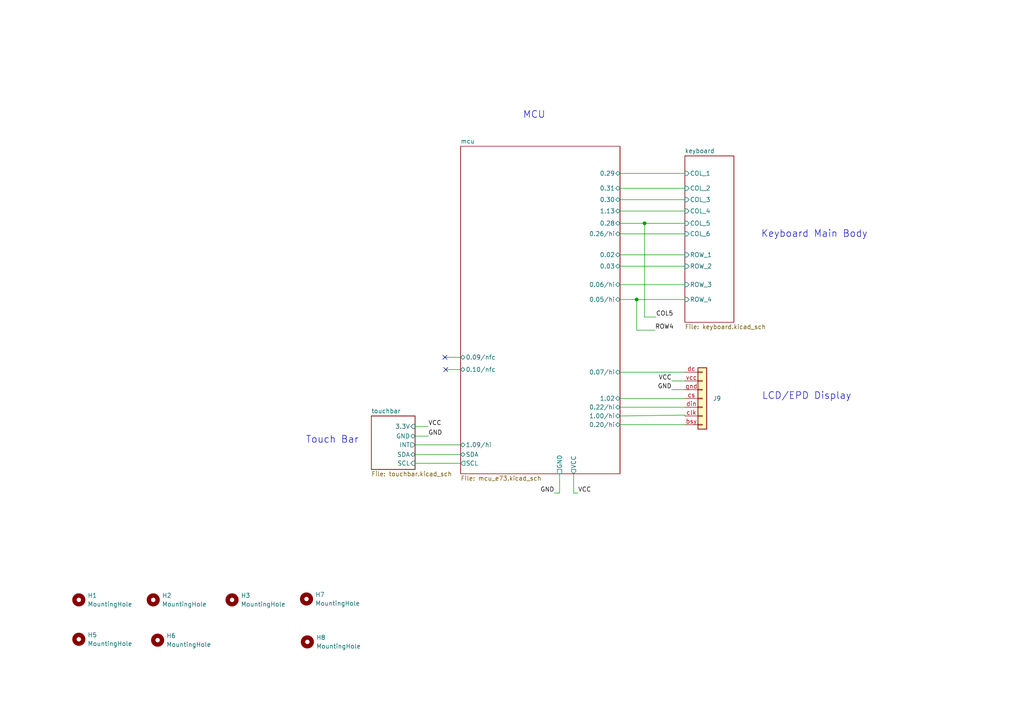
<source format=kicad_sch>
(kicad_sch (version 20211123) (generator eeschema)
  (paper "A4")
  (lib_symbols
    (symbol "Mechanical:MountingHole" (pin_names (offset 1.016))
      (property "Reference" "H" (at 0 5.08 0))
      (property "Value" "MountingHole" (at 0 3.175 0))
      (symbol "MountingHole_0_1"
        (circle (center 0 0) (radius 1.27) (stroke (width 1.27)))
      )
    )
    (symbol "mysymbol:Conn_LCD" (pin_names (offset 1.016) hide)
      (property "Reference" "J" (at 0 10.16 0))
      (property "Value" "Conn_LCD" (at 0 -10.16 0))
      (symbol "Conn_LCD_1_1"
        (rectangle (start -1.27 -7.493) (end 0 -7.747) (stroke (width 0.1524)))
        (rectangle (start -1.27 -4.953) (end 0 -5.207) (stroke (width 0.1524)))
        (rectangle (start -1.27 -2.413) (end 0 -2.667) (stroke (width 0.1524)))
        (rectangle (start -1.27 0.127) (end 0 -0.127) (stroke (width 0.1524)))
        (rectangle (start -1.27 2.667) (end 0 2.413) (stroke (width 0.1524)))
        (rectangle (start -1.27 5.207) (end 0 4.953) (stroke (width 0.1524)))
        (rectangle (start -1.27 7.747) (end 0 7.493) (stroke (width 0.1524)))
        (rectangle (start -1.27 8.89) (end 1.27 -8.89) (stroke (width 0.254)) (fill (type background)))
        (pin passive line (at -5.08 -7.62 0) (length 3.81) (name "bsy") (number "bsy"))
        (pin passive line (at -5.08 -5.08 0) (length 3.81) (name "clk") (number "clk"))
        (pin passive line (at -5.08 0 0) (length 3.81) (name "cs") (number "cs"))
        (pin passive line (at -5.08 7.62 0) (length 3.81) (name "dc") (number "dc"))
        (pin passive line (at -5.08 -2.54 0) (length 3.81) (name "din") (number "din"))
        (pin passive line (at -5.08 2.54 0) (length 3.81) (name "gnd") (number "gnd"))
        (pin passive line (at -5.08 5.08 0) (length 3.81) (name "vcc") (number "vcc"))
      )
    )
  )
  (junction (at 184.658 86.868))
  (junction (at 186.944 64.77))
  (no_connect (at 129.032 103.632))
  (no_connect (at 129.286 107.188))
  (wire (pts (xy 194.818 113.03) (xy 198.628 113.03)))
  (wire (pts (xy 194.818 110.49) (xy 198.628 110.49)))
  (wire (pts (xy 179.832 115.57) (xy 198.628 115.57)))
  (wire (pts (xy 179.832 64.77) (xy 186.944 64.77)))
  (wire (pts (xy 179.832 82.55) (xy 198.628 82.55)))
  (wire (pts (xy 179.832 50.292) (xy 198.628 50.292)))
  (wire (pts (xy 120.396 131.826) (xy 133.604 131.826)))
  (wire (pts (xy 198.628 120.396) (xy 198.628 120.65)))
  (wire (pts (xy 120.396 129.032) (xy 133.604 129.032)))
  (wire (pts (xy 179.832 120.65) (xy 198.628 120.396)))
  (wire (pts (xy 162.306 143.002) (xy 160.782 143.002)))
  (wire (pts (xy 179.832 123.19) (xy 198.628 123.19)))
  (wire (pts (xy 120.396 126.492) (xy 124.206 126.492)))
  (wire (pts (xy 162.306 137.414) (xy 162.306 143.002)))
  (wire (pts (xy 120.396 134.366) (xy 133.604 134.366)))
  (wire (pts (xy 189.992 95.758) (xy 184.658 95.758)))
  (wire (pts (xy 198.628 118.11) (xy 179.832 118.11)))
  (wire (pts (xy 166.37 143.002) (xy 167.64 143.002)))
  (wire (pts (xy 184.658 95.758) (xy 184.658 86.868)))
  (wire (pts (xy 186.944 91.948) (xy 186.944 64.77)))
  (wire (pts (xy 179.832 107.95) (xy 198.628 107.95)))
  (wire (pts (xy 179.832 57.912) (xy 198.628 57.912)))
  (wire (pts (xy 129.286 107.188) (xy 133.604 107.188)))
  (wire (pts (xy 179.832 54.61) (xy 198.628 54.61)))
  (wire (pts (xy 186.944 64.77) (xy 198.628 64.77)))
  (wire (pts (xy 179.832 77.216) (xy 198.628 77.216)))
  (wire (pts (xy 179.832 67.818) (xy 198.628 67.818)))
  (wire (pts (xy 184.658 86.868) (xy 198.628 86.868)))
  (wire (pts (xy 129.032 103.632) (xy 133.604 103.632)))
  (wire (pts (xy 120.396 123.698) (xy 124.206 123.698)))
  (wire (pts (xy 179.832 61.214) (xy 198.628 61.214)))
  (wire (pts (xy 179.832 86.868) (xy 184.658 86.868)))
  (wire (pts (xy 190.246 91.948) (xy 186.944 91.948)))
  (wire (pts (xy 179.832 73.914) (xy 198.628 73.914)))
  (wire (pts (xy 166.37 137.414) (xy 166.37 143.002)))
  (text "Touch Bar" (at 88.646 128.778 0) (effects (font (size 2 2)) (justify left bottom)))
  (text "LCD/EPD Display" (at 220.98 116.078 0) (effects (font (size 2 2)) (justify left bottom)))
  (text "Keyboard Main Body" (at 220.726 69.088 0) (effects (font (size 2 2)) (justify left bottom)))
  (text "MCU" (at 151.638 34.544 0) (effects (font (size 2 2)) (justify left bottom)))
  (label "VCC" (at 167.64 143.002 0))
  (label "GND" (at 194.818 113.03 180))
  (label "VCC" (at 124.206 123.698 0))
  (label "ROW4" (at 189.992 95.758 0))
  (label "GND" (at 160.782 143.002 180))
  (label "GND" (at 124.206 126.492 0))
  (label "COL5" (at 190.246 91.948 0))
  (label "VCC" (at 194.818 110.49 180))
  (symbol (lib_id "Mechanical:MountingHole") (at 22.86 173.99 0) (unit 1) (in_bom no)
    (property "Reference" "H1" (at 25.4 172.7199 0) (effects (justify left)))
    (property "Value" "MountingHole" (at 25.4 175.2599 0) (effects (justify left)))
    (property "Footprint" "MountingHole:MountingHole_3.2mm_M3_DIN965" (effects hide))
  )
  (symbol (lib_id "Mechanical:MountingHole") (at 45.72 185.674 0) (unit 1) (in_bom no)
    (property "Reference" "H6" (at 48.26 184.4039 0) (effects (justify left)))
    (property "Value" "MountingHole" (at 48.26 186.9439 0) (effects (justify left)))
    (property "Footprint" "MountingHole:MountingHole_3.2mm_M3_DIN965" (effects hide))
  )
  (symbol (lib_id "Mechanical:MountingHole") (at 88.9 173.736 0) (unit 1) (in_bom no)
    (property "Reference" "H7" (at 91.44 172.4659 0) (effects (justify left)))
    (property "Value" "MountingHole" (at 91.44 175.0059 0) (effects (justify left)))
    (property "Footprint" "MountingHole:MountingHole_3.2mm_M3_DIN965" (effects hide))
  )
  (symbol (lib_id "mysymbol:Conn_LCD") (at 203.708 115.57 0) (unit 1)
    (property "Reference" "J9" (at 206.756 115.5699 0) (effects (justify left)))
    (property "Value" "Conn_Display_general" (effects hide))
    (property "Footprint" "mylib:Conn_Display_MountHole" (effects hide))
  )
  (symbol (lib_id "Mechanical:MountingHole") (at 89.154 186.182 0) (unit 1) (in_bom no)
    (property "Reference" "H8" (at 91.694 184.9119 0) (effects (justify left)))
    (property "Value" "MountingHole" (at 91.694 187.4519 0) (effects (justify left)))
    (property "Footprint" "MountingHole:MountingHole_2mm" (effects hide))
  )
  (symbol (lib_id "Mechanical:MountingHole") (at 22.86 185.42 0) (unit 1) (in_bom no)
    (property "Reference" "H5" (at 25.4 184.1499 0) (effects (justify left)))
    (property "Value" "MountingHole" (at 25.4 186.6899 0) (effects (justify left)))
    (property "Footprint" "MountingHole:MountingHole_3.2mm_M3_DIN965" (effects hide))
  )
  (symbol (lib_id "Mechanical:MountingHole") (at 44.45 173.99 0) (unit 1) (in_bom no)
    (property "Reference" "H2" (at 46.99 172.7199 0) (effects (justify left)))
    (property "Value" "MountingHole" (at 46.99 175.2599 0) (effects (justify left)))
    (property "Footprint" "MountingHole:MountingHole_3.2mm_M3_DIN965" (effects hide))
  )
  (symbol (lib_id "Mechanical:MountingHole") (at 67.31 173.99 0) (unit 1) (in_bom no)
    (property "Reference" "H3" (at 69.85 172.7199 0) (effects (justify left)))
    (property "Value" "MountingHole" (at 69.85 175.2599 0) (effects (justify left)))
    (property "Footprint" "MountingHole:MountingHole_3.2mm_M3_DIN965" (effects hide))
  )
  (sheet (at 107.696 120.65) (size 12.7 15.494) (stroke (width 0.1524))
    (property "Sheet name" "touchbar" (at 107.696 119.9384 0) (effects (justify left bottom)))
    (property "Sheet file" "touchbar.kicad_sch" (at 107.696 136.7286 0) (effects (justify left top)))
    (pin "GND" bidirectional (at 120.396 126.492 0))
    (pin "INT" output (at 120.396 129.032 0))
    (pin "SDA" bidirectional (at 120.396 131.826 0))
    (pin "SCL" input (at 120.396 134.366 0))
    (pin "3.3V" input (at 120.396 123.698 0))
  )
  (sheet (at 198.628 45.212) (size 14.224 48.26) (stroke (width 0.1524))
    (property "Sheet name" "keyboard" (at 198.628 44.5004 0) (effects (justify left bottom)))
    (property "Sheet file" "keyboard.kicad_sch" (at 198.628 94.0566 0) (effects (justify left top)))
    (pin "COL_4" input (at 198.628 61.214 180))
    (pin "COL_1" input (at 198.628 50.292 180))
    (pin "COL_2" input (at 198.628 54.61 180))
    (pin "COL_3" input (at 198.628 57.912 180))
    (pin "COL_5" input (at 198.628 64.77 180))
    (pin "ROW_1" input (at 198.628 73.914 180))
    (pin "ROW_4" input (at 198.628 86.868 180))
    (pin "ROW_2" input (at 198.628 77.216 180))
    (pin "ROW_3" input (at 198.628 82.55 180))
    (pin "COL_6" input (at 198.628 67.818 180))
  )
  (sheet (at 133.604 42.418) (size 46.228 94.996) (stroke (width 0.1524))
    (property "Sheet name" "mcu" (at 133.604 41.7064 0) (effects (justify left bottom)))
    (property "Sheet file" "mcu_e73.kicad_sch" (at 133.604 137.9986 0) (effects (justify left top)))
    (pin "VCC" output (at 166.37 137.414 270))
    (pin "GND" passive (at 162.306 137.414 270))
    (pin "0.26{slash}hi" bidirectional (at 179.832 67.818 0))
    (pin "0.06{slash}hi" bidirectional (at 179.832 82.55 0))
    (pin "0.30" bidirectional (at 179.832 57.912 0))
    (pin "0.31" bidirectional (at 179.832 54.61 0))
    (pin "1.09{slash}hi" bidirectional (at 133.604 129.032 180))
    (pin "0.05{slash}hi" bidirectional (at 179.832 86.868 0))
    (pin "0.22{slash}hi" bidirectional (at 179.832 118.11 0))
    (pin "0.20{slash}hi" bidirectional (at 179.832 123.19 0))
    (pin "1.00{slash}hi" bidirectional (at 179.832 120.65 0))
    (pin "0.07{slash}hi" bidirectional (at 179.832 107.95 0))
    (pin "0.03" bidirectional (at 179.832 77.216 0))
    (pin "0.28" bidirectional (at 179.832 64.77 0))
    (pin "1.13" bidirectional (at 179.832 61.214 0))
    (pin "0.02" bidirectional (at 179.832 73.914 0))
    (pin "0.29" bidirectional (at 179.832 50.292 0))
    (pin "1.02" bidirectional (at 179.832 115.57 0))
    (pin "0.09{slash}nfc" bidirectional (at 133.604 103.632 180))
    (pin "0.10{slash}nfc" bidirectional (at 133.604 107.188 180))
    (pin "SCL" output (at 133.604 134.366 180))
    (pin "SDA" bidirectional (at 133.604 131.826 180))
  )
)
</source>
